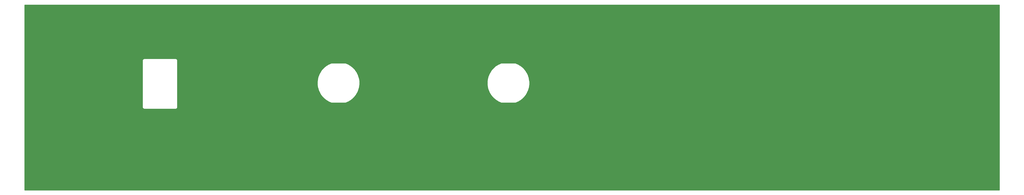
<source format=gbr>
%TF.GenerationSoftware,KiCad,Pcbnew,(5.1.10)-1*%
%TF.CreationDate,2022-05-26T11:10:37-06:00*%
%TF.ProjectId,Front_Panel,46726f6e-745f-4506-916e-656c2e6b6963,rev?*%
%TF.SameCoordinates,Original*%
%TF.FileFunction,Copper,L2,Bot*%
%TF.FilePolarity,Positive*%
%FSLAX46Y46*%
G04 Gerber Fmt 4.6, Leading zero omitted, Abs format (unit mm)*
G04 Created by KiCad (PCBNEW (5.1.10)-1) date 2022-05-26 11:10:37*
%MOMM*%
%LPD*%
G01*
G04 APERTURE LIST*
%TA.AperFunction,NonConductor*%
%ADD10C,0.254000*%
%TD*%
%TA.AperFunction,NonConductor*%
%ADD11C,0.100000*%
%TD*%
G04 APERTURE END LIST*
D10*
X402265000Y735000D02*
X735000Y735000D01*
X735000Y54330000D01*
X49261444Y54330000D01*
X49265000Y54293895D01*
X49265001Y35036115D01*
X49261444Y35000000D01*
X49275635Y34855915D01*
X49317663Y34717367D01*
X49385913Y34589680D01*
X49477762Y34477762D01*
X49589680Y34385913D01*
X49717367Y34317663D01*
X49855915Y34275635D01*
X49963895Y34265000D01*
X50000000Y34261444D01*
X50036105Y34265000D01*
X62863895Y34265000D01*
X62900000Y34261444D01*
X62936105Y34265000D01*
X63044085Y34275635D01*
X63182633Y34317663D01*
X63310320Y34385913D01*
X63422238Y34477762D01*
X63514087Y34589680D01*
X63582337Y34717367D01*
X63624365Y34855915D01*
X63638556Y35000000D01*
X63635000Y35036105D01*
X63635000Y45445262D01*
X121278039Y45445262D01*
X121293560Y44315336D01*
X121296968Y44275070D01*
X121299107Y44234751D01*
X121302315Y44211885D01*
X121476889Y43095419D01*
X121485930Y43056063D01*
X121493734Y43016418D01*
X121500132Y42994232D01*
X121830276Y41913502D01*
X121844780Y41875791D01*
X121858085Y41837664D01*
X121867545Y41816601D01*
X122346671Y40793171D01*
X122366337Y40757893D01*
X122384888Y40722007D01*
X122397222Y40702487D01*
X123015771Y39756776D01*
X123040208Y39724625D01*
X123063634Y39691706D01*
X123078595Y39674119D01*
X123824225Y38824998D01*
X123852962Y38796597D01*
X123880779Y38767322D01*
X123898068Y38752018D01*
X124755902Y38016428D01*
X124788348Y37992364D01*
X124820019Y37967295D01*
X124839292Y37954580D01*
X125792213Y37347198D01*
X125827718Y37327950D01*
X125862612Y37307590D01*
X125883485Y37297718D01*
X126890771Y36840517D01*
X126933630Y36817608D01*
X127072178Y36775580D01*
X127180158Y36764945D01*
X132819841Y36764945D01*
X132927821Y36775580D01*
X133066369Y36817608D01*
X133090704Y36830615D01*
X133253887Y36893746D01*
X133271536Y36902051D01*
X133289832Y36908760D01*
X133310744Y36918549D01*
X134326523Y37413692D01*
X134361511Y37433923D01*
X134397078Y37453023D01*
X134416401Y37465661D01*
X135352279Y38098988D01*
X135384054Y38123936D01*
X135416588Y38147867D01*
X135433939Y38163102D01*
X136271244Y38921977D01*
X136299179Y38951145D01*
X136328026Y38979431D01*
X136343056Y38996958D01*
X137065081Y39866241D01*
X137088627Y39899053D01*
X137113200Y39931120D01*
X137125611Y39950591D01*
X137717951Y40912935D01*
X137736645Y40948750D01*
X137756448Y40983948D01*
X137765991Y41004973D01*
X138216826Y42041177D01*
X138230283Y42079258D01*
X138244934Y42116906D01*
X138251420Y42139066D01*
X138551754Y43228456D01*
X138559717Y43268079D01*
X138568910Y43307390D01*
X138572209Y43330243D01*
X138716051Y44451082D01*
X138718350Y44491409D01*
X138721915Y44531645D01*
X138721961Y44554735D01*
X138709730Y45445262D01*
X191278039Y45445262D01*
X191293560Y44315336D01*
X191296968Y44275070D01*
X191299107Y44234751D01*
X191302315Y44211885D01*
X191476889Y43095419D01*
X191485930Y43056063D01*
X191493734Y43016418D01*
X191500132Y42994232D01*
X191830276Y41913502D01*
X191844780Y41875791D01*
X191858085Y41837664D01*
X191867545Y41816601D01*
X192346671Y40793171D01*
X192366337Y40757893D01*
X192384888Y40722007D01*
X192397222Y40702487D01*
X193015771Y39756776D01*
X193040208Y39724625D01*
X193063634Y39691706D01*
X193078595Y39674119D01*
X193824225Y38824998D01*
X193852962Y38796597D01*
X193880779Y38767322D01*
X193898068Y38752018D01*
X194755902Y38016428D01*
X194788348Y37992364D01*
X194820019Y37967295D01*
X194839292Y37954580D01*
X195792213Y37347198D01*
X195827718Y37327950D01*
X195862612Y37307590D01*
X195883485Y37297718D01*
X196890771Y36840517D01*
X196933630Y36817608D01*
X197072178Y36775580D01*
X197180158Y36764945D01*
X202819841Y36764945D01*
X202927821Y36775580D01*
X203066369Y36817608D01*
X203090704Y36830615D01*
X203253887Y36893746D01*
X203271536Y36902051D01*
X203289832Y36908760D01*
X203310744Y36918549D01*
X204326523Y37413692D01*
X204361511Y37433923D01*
X204397078Y37453023D01*
X204416401Y37465661D01*
X205352279Y38098988D01*
X205384054Y38123936D01*
X205416588Y38147867D01*
X205433939Y38163102D01*
X206271244Y38921977D01*
X206299179Y38951145D01*
X206328026Y38979431D01*
X206343056Y38996958D01*
X207065081Y39866241D01*
X207088627Y39899053D01*
X207113200Y39931120D01*
X207125611Y39950591D01*
X207717951Y40912935D01*
X207736645Y40948750D01*
X207756448Y40983948D01*
X207765991Y41004973D01*
X208216826Y42041177D01*
X208230283Y42079258D01*
X208244934Y42116906D01*
X208251420Y42139066D01*
X208551754Y43228456D01*
X208559717Y43268079D01*
X208568910Y43307390D01*
X208572209Y43330243D01*
X208716051Y44451082D01*
X208718350Y44491409D01*
X208721915Y44531645D01*
X208721961Y44554735D01*
X208706441Y45684661D01*
X208703033Y45724925D01*
X208700894Y45765247D01*
X208697686Y45788113D01*
X208523112Y46904579D01*
X208514071Y46943935D01*
X208506267Y46983580D01*
X208499869Y47005766D01*
X208169725Y48086496D01*
X208155220Y48124211D01*
X208141916Y48162334D01*
X208132456Y48183397D01*
X207653330Y49206828D01*
X207633664Y49242106D01*
X207615113Y49277992D01*
X207602779Y49297512D01*
X206984232Y50243223D01*
X206959774Y50275401D01*
X206936368Y50308292D01*
X206921407Y50325880D01*
X206175777Y51175002D01*
X206147040Y51203403D01*
X206119223Y51232678D01*
X206101934Y51247982D01*
X205244100Y51983572D01*
X205211648Y52007640D01*
X205179984Y52032704D01*
X205160710Y52045419D01*
X204207789Y52652802D01*
X204172270Y52672058D01*
X204137389Y52692410D01*
X204116517Y52702283D01*
X203109199Y53159498D01*
X203066369Y53182391D01*
X202927821Y53224419D01*
X202819841Y53235054D01*
X197180158Y53235054D01*
X197072178Y53224419D01*
X196933630Y53182391D01*
X196909294Y53169383D01*
X196746109Y53106251D01*
X196728468Y53097949D01*
X196710167Y53091239D01*
X196689256Y53081449D01*
X195673477Y52586307D01*
X195638502Y52566084D01*
X195602921Y52546976D01*
X195583597Y52534338D01*
X194647720Y51901011D01*
X194615947Y51876064D01*
X194583410Y51852131D01*
X194566060Y51836896D01*
X193728755Y51078020D01*
X193700815Y51048847D01*
X193671975Y51020568D01*
X193656944Y51003040D01*
X192934918Y50133758D01*
X192911367Y50100938D01*
X192886799Y50068878D01*
X192874388Y50049407D01*
X192282049Y49087063D01*
X192263355Y49051248D01*
X192243552Y49016050D01*
X192234008Y48995025D01*
X191783174Y47958821D01*
X191769714Y47920733D01*
X191755066Y47883091D01*
X191748580Y47860931D01*
X191448246Y46771542D01*
X191440284Y46731921D01*
X191431090Y46692608D01*
X191427791Y46669755D01*
X191283949Y45548915D01*
X191281650Y45508588D01*
X191278085Y45468352D01*
X191278039Y45445262D01*
X138709730Y45445262D01*
X138706441Y45684661D01*
X138703033Y45724925D01*
X138700894Y45765247D01*
X138697686Y45788113D01*
X138523112Y46904579D01*
X138514071Y46943935D01*
X138506267Y46983580D01*
X138499869Y47005766D01*
X138169725Y48086496D01*
X138155220Y48124211D01*
X138141916Y48162334D01*
X138132456Y48183397D01*
X137653330Y49206828D01*
X137633664Y49242106D01*
X137615113Y49277992D01*
X137602779Y49297512D01*
X136984232Y50243223D01*
X136959774Y50275401D01*
X136936368Y50308292D01*
X136921407Y50325880D01*
X136175777Y51175002D01*
X136147040Y51203403D01*
X136119223Y51232678D01*
X136101934Y51247982D01*
X135244100Y51983572D01*
X135211648Y52007640D01*
X135179984Y52032704D01*
X135160710Y52045419D01*
X134207789Y52652802D01*
X134172270Y52672058D01*
X134137389Y52692410D01*
X134116517Y52702283D01*
X133109199Y53159498D01*
X133066369Y53182391D01*
X132927821Y53224419D01*
X132819841Y53235054D01*
X127180158Y53235054D01*
X127072178Y53224419D01*
X126933630Y53182391D01*
X126909294Y53169383D01*
X126746109Y53106251D01*
X126728468Y53097949D01*
X126710167Y53091239D01*
X126689256Y53081449D01*
X125673477Y52586307D01*
X125638502Y52566084D01*
X125602921Y52546976D01*
X125583597Y52534338D01*
X124647720Y51901011D01*
X124615947Y51876064D01*
X124583410Y51852131D01*
X124566060Y51836896D01*
X123728755Y51078020D01*
X123700815Y51048847D01*
X123671975Y51020568D01*
X123656944Y51003040D01*
X122934918Y50133758D01*
X122911367Y50100938D01*
X122886799Y50068878D01*
X122874388Y50049407D01*
X122282049Y49087063D01*
X122263355Y49051248D01*
X122243552Y49016050D01*
X122234008Y48995025D01*
X121783174Y47958821D01*
X121769714Y47920733D01*
X121755066Y47883091D01*
X121748580Y47860931D01*
X121448246Y46771542D01*
X121440284Y46731921D01*
X121431090Y46692608D01*
X121427791Y46669755D01*
X121283949Y45548915D01*
X121281650Y45508588D01*
X121278085Y45468352D01*
X121278039Y45445262D01*
X63635000Y45445262D01*
X63635000Y54293895D01*
X63638556Y54330000D01*
X63624365Y54474085D01*
X63582337Y54612633D01*
X63514087Y54740320D01*
X63422238Y54852238D01*
X63310320Y54944087D01*
X63182633Y55012337D01*
X63044085Y55054365D01*
X62936105Y55065000D01*
X62900000Y55068556D01*
X62863895Y55065000D01*
X50036105Y55065000D01*
X50000000Y55068556D01*
X49963895Y55065000D01*
X49855915Y55054365D01*
X49717367Y55012337D01*
X49589680Y54944087D01*
X49477762Y54852238D01*
X49385913Y54740320D01*
X49317663Y54612633D01*
X49275635Y54474085D01*
X49261444Y54330000D01*
X735000Y54330000D01*
X735000Y77265000D01*
X402265001Y77265000D01*
X402265000Y735000D01*
%TA.AperFunction,NonConductor*%
D11*
G36*
X402265000Y735000D02*
G01*
X735000Y735000D01*
X735000Y54330000D01*
X49261444Y54330000D01*
X49265000Y54293895D01*
X49265001Y35036115D01*
X49261444Y35000000D01*
X49275635Y34855915D01*
X49317663Y34717367D01*
X49385913Y34589680D01*
X49477762Y34477762D01*
X49589680Y34385913D01*
X49717367Y34317663D01*
X49855915Y34275635D01*
X49963895Y34265000D01*
X50000000Y34261444D01*
X50036105Y34265000D01*
X62863895Y34265000D01*
X62900000Y34261444D01*
X62936105Y34265000D01*
X63044085Y34275635D01*
X63182633Y34317663D01*
X63310320Y34385913D01*
X63422238Y34477762D01*
X63514087Y34589680D01*
X63582337Y34717367D01*
X63624365Y34855915D01*
X63638556Y35000000D01*
X63635000Y35036105D01*
X63635000Y45445262D01*
X121278039Y45445262D01*
X121293560Y44315336D01*
X121296968Y44275070D01*
X121299107Y44234751D01*
X121302315Y44211885D01*
X121476889Y43095419D01*
X121485930Y43056063D01*
X121493734Y43016418D01*
X121500132Y42994232D01*
X121830276Y41913502D01*
X121844780Y41875791D01*
X121858085Y41837664D01*
X121867545Y41816601D01*
X122346671Y40793171D01*
X122366337Y40757893D01*
X122384888Y40722007D01*
X122397222Y40702487D01*
X123015771Y39756776D01*
X123040208Y39724625D01*
X123063634Y39691706D01*
X123078595Y39674119D01*
X123824225Y38824998D01*
X123852962Y38796597D01*
X123880779Y38767322D01*
X123898068Y38752018D01*
X124755902Y38016428D01*
X124788348Y37992364D01*
X124820019Y37967295D01*
X124839292Y37954580D01*
X125792213Y37347198D01*
X125827718Y37327950D01*
X125862612Y37307590D01*
X125883485Y37297718D01*
X126890771Y36840517D01*
X126933630Y36817608D01*
X127072178Y36775580D01*
X127180158Y36764945D01*
X132819841Y36764945D01*
X132927821Y36775580D01*
X133066369Y36817608D01*
X133090704Y36830615D01*
X133253887Y36893746D01*
X133271536Y36902051D01*
X133289832Y36908760D01*
X133310744Y36918549D01*
X134326523Y37413692D01*
X134361511Y37433923D01*
X134397078Y37453023D01*
X134416401Y37465661D01*
X135352279Y38098988D01*
X135384054Y38123936D01*
X135416588Y38147867D01*
X135433939Y38163102D01*
X136271244Y38921977D01*
X136299179Y38951145D01*
X136328026Y38979431D01*
X136343056Y38996958D01*
X137065081Y39866241D01*
X137088627Y39899053D01*
X137113200Y39931120D01*
X137125611Y39950591D01*
X137717951Y40912935D01*
X137736645Y40948750D01*
X137756448Y40983948D01*
X137765991Y41004973D01*
X138216826Y42041177D01*
X138230283Y42079258D01*
X138244934Y42116906D01*
X138251420Y42139066D01*
X138551754Y43228456D01*
X138559717Y43268079D01*
X138568910Y43307390D01*
X138572209Y43330243D01*
X138716051Y44451082D01*
X138718350Y44491409D01*
X138721915Y44531645D01*
X138721961Y44554735D01*
X138709730Y45445262D01*
X191278039Y45445262D01*
X191293560Y44315336D01*
X191296968Y44275070D01*
X191299107Y44234751D01*
X191302315Y44211885D01*
X191476889Y43095419D01*
X191485930Y43056063D01*
X191493734Y43016418D01*
X191500132Y42994232D01*
X191830276Y41913502D01*
X191844780Y41875791D01*
X191858085Y41837664D01*
X191867545Y41816601D01*
X192346671Y40793171D01*
X192366337Y40757893D01*
X192384888Y40722007D01*
X192397222Y40702487D01*
X193015771Y39756776D01*
X193040208Y39724625D01*
X193063634Y39691706D01*
X193078595Y39674119D01*
X193824225Y38824998D01*
X193852962Y38796597D01*
X193880779Y38767322D01*
X193898068Y38752018D01*
X194755902Y38016428D01*
X194788348Y37992364D01*
X194820019Y37967295D01*
X194839292Y37954580D01*
X195792213Y37347198D01*
X195827718Y37327950D01*
X195862612Y37307590D01*
X195883485Y37297718D01*
X196890771Y36840517D01*
X196933630Y36817608D01*
X197072178Y36775580D01*
X197180158Y36764945D01*
X202819841Y36764945D01*
X202927821Y36775580D01*
X203066369Y36817608D01*
X203090704Y36830615D01*
X203253887Y36893746D01*
X203271536Y36902051D01*
X203289832Y36908760D01*
X203310744Y36918549D01*
X204326523Y37413692D01*
X204361511Y37433923D01*
X204397078Y37453023D01*
X204416401Y37465661D01*
X205352279Y38098988D01*
X205384054Y38123936D01*
X205416588Y38147867D01*
X205433939Y38163102D01*
X206271244Y38921977D01*
X206299179Y38951145D01*
X206328026Y38979431D01*
X206343056Y38996958D01*
X207065081Y39866241D01*
X207088627Y39899053D01*
X207113200Y39931120D01*
X207125611Y39950591D01*
X207717951Y40912935D01*
X207736645Y40948750D01*
X207756448Y40983948D01*
X207765991Y41004973D01*
X208216826Y42041177D01*
X208230283Y42079258D01*
X208244934Y42116906D01*
X208251420Y42139066D01*
X208551754Y43228456D01*
X208559717Y43268079D01*
X208568910Y43307390D01*
X208572209Y43330243D01*
X208716051Y44451082D01*
X208718350Y44491409D01*
X208721915Y44531645D01*
X208721961Y44554735D01*
X208706441Y45684661D01*
X208703033Y45724925D01*
X208700894Y45765247D01*
X208697686Y45788113D01*
X208523112Y46904579D01*
X208514071Y46943935D01*
X208506267Y46983580D01*
X208499869Y47005766D01*
X208169725Y48086496D01*
X208155220Y48124211D01*
X208141916Y48162334D01*
X208132456Y48183397D01*
X207653330Y49206828D01*
X207633664Y49242106D01*
X207615113Y49277992D01*
X207602779Y49297512D01*
X206984232Y50243223D01*
X206959774Y50275401D01*
X206936368Y50308292D01*
X206921407Y50325880D01*
X206175777Y51175002D01*
X206147040Y51203403D01*
X206119223Y51232678D01*
X206101934Y51247982D01*
X205244100Y51983572D01*
X205211648Y52007640D01*
X205179984Y52032704D01*
X205160710Y52045419D01*
X204207789Y52652802D01*
X204172270Y52672058D01*
X204137389Y52692410D01*
X204116517Y52702283D01*
X203109199Y53159498D01*
X203066369Y53182391D01*
X202927821Y53224419D01*
X202819841Y53235054D01*
X197180158Y53235054D01*
X197072178Y53224419D01*
X196933630Y53182391D01*
X196909294Y53169383D01*
X196746109Y53106251D01*
X196728468Y53097949D01*
X196710167Y53091239D01*
X196689256Y53081449D01*
X195673477Y52586307D01*
X195638502Y52566084D01*
X195602921Y52546976D01*
X195583597Y52534338D01*
X194647720Y51901011D01*
X194615947Y51876064D01*
X194583410Y51852131D01*
X194566060Y51836896D01*
X193728755Y51078020D01*
X193700815Y51048847D01*
X193671975Y51020568D01*
X193656944Y51003040D01*
X192934918Y50133758D01*
X192911367Y50100938D01*
X192886799Y50068878D01*
X192874388Y50049407D01*
X192282049Y49087063D01*
X192263355Y49051248D01*
X192243552Y49016050D01*
X192234008Y48995025D01*
X191783174Y47958821D01*
X191769714Y47920733D01*
X191755066Y47883091D01*
X191748580Y47860931D01*
X191448246Y46771542D01*
X191440284Y46731921D01*
X191431090Y46692608D01*
X191427791Y46669755D01*
X191283949Y45548915D01*
X191281650Y45508588D01*
X191278085Y45468352D01*
X191278039Y45445262D01*
X138709730Y45445262D01*
X138706441Y45684661D01*
X138703033Y45724925D01*
X138700894Y45765247D01*
X138697686Y45788113D01*
X138523112Y46904579D01*
X138514071Y46943935D01*
X138506267Y46983580D01*
X138499869Y47005766D01*
X138169725Y48086496D01*
X138155220Y48124211D01*
X138141916Y48162334D01*
X138132456Y48183397D01*
X137653330Y49206828D01*
X137633664Y49242106D01*
X137615113Y49277992D01*
X137602779Y49297512D01*
X136984232Y50243223D01*
X136959774Y50275401D01*
X136936368Y50308292D01*
X136921407Y50325880D01*
X136175777Y51175002D01*
X136147040Y51203403D01*
X136119223Y51232678D01*
X136101934Y51247982D01*
X135244100Y51983572D01*
X135211648Y52007640D01*
X135179984Y52032704D01*
X135160710Y52045419D01*
X134207789Y52652802D01*
X134172270Y52672058D01*
X134137389Y52692410D01*
X134116517Y52702283D01*
X133109199Y53159498D01*
X133066369Y53182391D01*
X132927821Y53224419D01*
X132819841Y53235054D01*
X127180158Y53235054D01*
X127072178Y53224419D01*
X126933630Y53182391D01*
X126909294Y53169383D01*
X126746109Y53106251D01*
X126728468Y53097949D01*
X126710167Y53091239D01*
X126689256Y53081449D01*
X125673477Y52586307D01*
X125638502Y52566084D01*
X125602921Y52546976D01*
X125583597Y52534338D01*
X124647720Y51901011D01*
X124615947Y51876064D01*
X124583410Y51852131D01*
X124566060Y51836896D01*
X123728755Y51078020D01*
X123700815Y51048847D01*
X123671975Y51020568D01*
X123656944Y51003040D01*
X122934918Y50133758D01*
X122911367Y50100938D01*
X122886799Y50068878D01*
X122874388Y50049407D01*
X122282049Y49087063D01*
X122263355Y49051248D01*
X122243552Y49016050D01*
X122234008Y48995025D01*
X121783174Y47958821D01*
X121769714Y47920733D01*
X121755066Y47883091D01*
X121748580Y47860931D01*
X121448246Y46771542D01*
X121440284Y46731921D01*
X121431090Y46692608D01*
X121427791Y46669755D01*
X121283949Y45548915D01*
X121281650Y45508588D01*
X121278085Y45468352D01*
X121278039Y45445262D01*
X63635000Y45445262D01*
X63635000Y54293895D01*
X63638556Y54330000D01*
X63624365Y54474085D01*
X63582337Y54612633D01*
X63514087Y54740320D01*
X63422238Y54852238D01*
X63310320Y54944087D01*
X63182633Y55012337D01*
X63044085Y55054365D01*
X62936105Y55065000D01*
X62900000Y55068556D01*
X62863895Y55065000D01*
X50036105Y55065000D01*
X50000000Y55068556D01*
X49963895Y55065000D01*
X49855915Y55054365D01*
X49717367Y55012337D01*
X49589680Y54944087D01*
X49477762Y54852238D01*
X49385913Y54740320D01*
X49317663Y54612633D01*
X49275635Y54474085D01*
X49261444Y54330000D01*
X735000Y54330000D01*
X735000Y77265000D01*
X402265001Y77265000D01*
X402265000Y735000D01*
G37*
%TD.AperFunction*%
M02*

</source>
